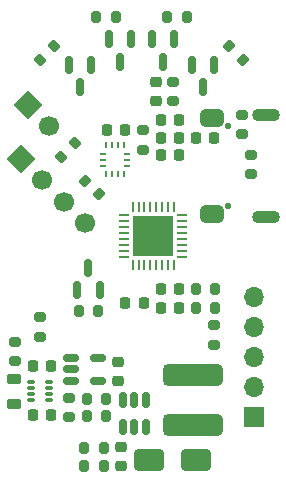
<source format=gbr>
%TF.GenerationSoftware,KiCad,Pcbnew,9.0.5*%
%TF.CreationDate,2025-11-12T12:14:19+01:00*%
%TF.ProjectId,Control board,436f6e74-726f-46c2-9062-6f6172642e6b,rev?*%
%TF.SameCoordinates,Original*%
%TF.FileFunction,Soldermask,Bot*%
%TF.FilePolarity,Negative*%
%FSLAX46Y46*%
G04 Gerber Fmt 4.6, Leading zero omitted, Abs format (unit mm)*
G04 Created by KiCad (PCBNEW 9.0.5) date 2025-11-12 12:14:19*
%MOMM*%
%LPD*%
G01*
G04 APERTURE LIST*
G04 Aperture macros list*
%AMRoundRect*
0 Rectangle with rounded corners*
0 $1 Rounding radius*
0 $2 $3 $4 $5 $6 $7 $8 $9 X,Y pos of 4 corners*
0 Add a 4 corners polygon primitive as box body*
4,1,4,$2,$3,$4,$5,$6,$7,$8,$9,$2,$3,0*
0 Add four circle primitives for the rounded corners*
1,1,$1+$1,$2,$3*
1,1,$1+$1,$4,$5*
1,1,$1+$1,$6,$7*
1,1,$1+$1,$8,$9*
0 Add four rect primitives between the rounded corners*
20,1,$1+$1,$2,$3,$4,$5,0*
20,1,$1+$1,$4,$5,$6,$7,0*
20,1,$1+$1,$6,$7,$8,$9,0*
20,1,$1+$1,$8,$9,$2,$3,0*%
%AMHorizOval*
0 Thick line with rounded ends*
0 $1 width*
0 $2 $3 position (X,Y) of the first rounded end (center of the circle)*
0 $4 $5 position (X,Y) of the second rounded end (center of the circle)*
0 Add line between two ends*
20,1,$1,$2,$3,$4,$5,0*
0 Add two circle primitives to create the rounded ends*
1,1,$1,$2,$3*
1,1,$1,$4,$5*%
%AMRotRect*
0 Rectangle, with rotation*
0 The origin of the aperture is its center*
0 $1 length*
0 $2 width*
0 $3 Rotation angle, in degrees counterclockwise*
0 Add horizontal line*
21,1,$1,$2,0,0,$3*%
G04 Aperture macros list end*
%ADD10C,0.550000*%
%ADD11RoundRect,0.400000X0.750000X-0.100000X0.750000X0.100000X-0.750000X0.100000X-0.750000X-0.100000X0*%
%ADD12RoundRect,0.450000X0.550000X-0.320000X0.550000X0.320000X-0.550000X0.320000X-0.550000X-0.320000X0*%
%ADD13RoundRect,0.200000X-0.200000X-0.275000X0.200000X-0.275000X0.200000X0.275000X-0.200000X0.275000X0*%
%ADD14RoundRect,0.200000X0.275000X-0.200000X0.275000X0.200000X-0.275000X0.200000X-0.275000X-0.200000X0*%
%ADD15RoundRect,0.200000X-0.275000X0.200000X-0.275000X-0.200000X0.275000X-0.200000X0.275000X0.200000X0*%
%ADD16RoundRect,0.150000X-0.150000X0.587500X-0.150000X-0.587500X0.150000X-0.587500X0.150000X0.587500X0*%
%ADD17RoundRect,0.150000X0.150000X-0.512500X0.150000X0.512500X-0.150000X0.512500X-0.150000X-0.512500X0*%
%ADD18RoundRect,0.225000X-0.225000X-0.250000X0.225000X-0.250000X0.225000X0.250000X-0.225000X0.250000X0*%
%ADD19RoundRect,0.250000X1.000000X0.650000X-1.000000X0.650000X-1.000000X-0.650000X1.000000X-0.650000X0*%
%ADD20RoundRect,0.225000X0.225000X0.250000X-0.225000X0.250000X-0.225000X-0.250000X0.225000X-0.250000X0*%
%ADD21RotRect,1.700000X1.700000X225.000000*%
%ADD22HorizOval,1.700000X0.000000X0.000000X0.000000X0.000000X0*%
%ADD23RoundRect,0.225000X0.250000X-0.225000X0.250000X0.225000X-0.250000X0.225000X-0.250000X-0.225000X0*%
%ADD24R,0.250000X0.475000*%
%ADD25R,0.475000X0.250000*%
%ADD26RoundRect,0.200000X-0.053033X0.335876X-0.335876X0.053033X0.053033X-0.335876X0.335876X-0.053033X0*%
%ADD27RoundRect,0.200000X-0.335876X-0.053033X-0.053033X-0.335876X0.335876X0.053033X0.053033X0.335876X0*%
%ADD28RoundRect,0.050000X-0.285000X-0.100000X0.285000X-0.100000X0.285000X0.100000X-0.285000X0.100000X0*%
%ADD29RoundRect,0.200000X0.335876X0.053033X0.053033X0.335876X-0.335876X-0.053033X-0.053033X-0.335876X0*%
%ADD30RoundRect,0.150000X0.150000X-0.587500X0.150000X0.587500X-0.150000X0.587500X-0.150000X-0.587500X0*%
%ADD31RoundRect,0.200000X0.200000X0.275000X-0.200000X0.275000X-0.200000X-0.275000X0.200000X-0.275000X0*%
%ADD32RoundRect,0.062500X-0.375000X-0.062500X0.375000X-0.062500X0.375000X0.062500X-0.375000X0.062500X0*%
%ADD33RoundRect,0.062500X-0.062500X-0.375000X0.062500X-0.375000X0.062500X0.375000X-0.062500X0.375000X0*%
%ADD34R,3.450000X3.450000*%
%ADD35RoundRect,0.200000X0.053033X-0.335876X0.335876X-0.053033X-0.053033X0.335876X-0.335876X0.053033X0*%
%ADD36RoundRect,0.218750X-0.381250X0.218750X-0.381250X-0.218750X0.381250X-0.218750X0.381250X0.218750X0*%
%ADD37R,1.700000X1.700000*%
%ADD38O,1.700000X1.700000*%
%ADD39RoundRect,0.225000X-0.250000X0.225000X-0.250000X-0.225000X0.250000X-0.225000X0.250000X0.225000X0*%
%ADD40RoundRect,0.150000X-0.512500X-0.150000X0.512500X-0.150000X0.512500X0.150000X-0.512500X0.150000X0*%
%ADD41RoundRect,0.475000X-2.075000X0.475000X-2.075000X-0.475000X2.075000X-0.475000X2.075000X0.475000X0*%
G04 APERTURE END LIST*
D10*
%TO.C,J1*%
X57350000Y-46000000D03*
X57350000Y-39200000D03*
D11*
X60550000Y-46920000D03*
D12*
X55999999Y-46650000D03*
X55999999Y-38550000D03*
D11*
X60550000Y-38280000D03*
%TD*%
D13*
%TO.C,R11*%
X45175000Y-66475000D03*
X46825000Y-66475000D03*
%TD*%
D14*
%TO.C,R1*%
X56100000Y-57725000D03*
X56100000Y-56075000D03*
%TD*%
D15*
%TO.C,R15*%
X58500000Y-38250000D03*
X58500000Y-39900000D03*
%TD*%
D16*
%TO.C,Q5*%
X54250000Y-34062500D03*
X56150000Y-34062500D03*
X55200000Y-35937501D03*
%TD*%
D17*
%TO.C,U4*%
X50349999Y-64712500D03*
X49400000Y-64712500D03*
X48450001Y-64712500D03*
X48450001Y-62437500D03*
X49400000Y-62437500D03*
X50349999Y-62437500D03*
%TD*%
D18*
%TO.C,C5*%
X51625000Y-40175000D03*
X53175000Y-40175000D03*
%TD*%
D19*
%TO.C,D1*%
X54600000Y-67475000D03*
X50600000Y-67475000D03*
%TD*%
D20*
%TO.C,C4*%
X53175000Y-54600000D03*
X51625000Y-54600000D03*
%TD*%
D21*
%TO.C,J3*%
X39812994Y-42000000D03*
D22*
X41609045Y-43796051D03*
X43405096Y-45592102D03*
X45201148Y-47388154D03*
%TD*%
D16*
%TO.C,Q2*%
X43850000Y-34062500D03*
X45750000Y-34062500D03*
X44800000Y-35937501D03*
%TD*%
D14*
%TO.C,R16*%
X59300000Y-43300000D03*
X59300000Y-41650000D03*
%TD*%
D20*
%TO.C,C6*%
X56175000Y-40175000D03*
X54625000Y-40175000D03*
%TD*%
%TO.C,C3*%
X53175000Y-53000000D03*
X51625000Y-53000000D03*
%TD*%
D13*
%TO.C,R5*%
X45375000Y-62300000D03*
X47025000Y-62300000D03*
%TD*%
D14*
%TO.C,R14*%
X52700000Y-37100000D03*
X52700000Y-35450000D03*
%TD*%
D15*
%TO.C,R9*%
X39300000Y-57475000D03*
X39300000Y-59125000D03*
%TD*%
D20*
%TO.C,L3*%
X53175000Y-41675000D03*
X51625000Y-41675000D03*
%TD*%
D16*
%TO.C,Q4*%
X50850000Y-31862500D03*
X52750000Y-31862500D03*
X51800000Y-33737501D03*
%TD*%
D15*
%TO.C,R3*%
X50100000Y-39575000D03*
X50100000Y-41225000D03*
%TD*%
D23*
%TO.C,C9*%
X48300000Y-67950000D03*
X48300000Y-66400000D03*
%TD*%
D24*
%TO.C,U5*%
X48500001Y-43300000D03*
X48000000Y-43300000D03*
X47500000Y-43300000D03*
X46999999Y-43300000D03*
D25*
X46750000Y-42550000D03*
X46750000Y-42050000D03*
X46750000Y-41550000D03*
D24*
X46999999Y-40800000D03*
X47500000Y-40800000D03*
X48000000Y-40800000D03*
X48500001Y-40800000D03*
D25*
X48750000Y-41550000D03*
X48750000Y-42050000D03*
X48750000Y-42550000D03*
%TD*%
D26*
%TO.C,R4*%
X44383363Y-40616637D03*
X43216637Y-41783363D03*
%TD*%
D27*
%TO.C,R2*%
X45216637Y-43816637D03*
X46383363Y-44983363D03*
%TD*%
D18*
%TO.C,C2*%
X40825000Y-59537500D03*
X42375000Y-59537500D03*
%TD*%
%TO.C,C7*%
X40825000Y-63675000D03*
X42375000Y-63675000D03*
%TD*%
D28*
%TO.C,U2*%
X40660000Y-62387500D03*
X40660000Y-61887500D03*
X40660000Y-61387500D03*
X40660000Y-60887500D03*
X42140000Y-60887500D03*
X42140000Y-61387500D03*
X42140000Y-61887500D03*
X42140000Y-62387500D03*
%TD*%
D29*
%TO.C,R20*%
X58583363Y-33583363D03*
X57416637Y-32416637D03*
%TD*%
D30*
%TO.C,Q1*%
X46450000Y-53075001D03*
X44550000Y-53075001D03*
X45500000Y-51200000D03*
%TD*%
D13*
%TO.C,R18*%
X46175000Y-30000000D03*
X47825000Y-30000000D03*
%TD*%
D18*
%TO.C,C10*%
X47075000Y-39550000D03*
X48625000Y-39550000D03*
%TD*%
D23*
%TO.C,C11*%
X51200000Y-37050000D03*
X51200000Y-35500000D03*
%TD*%
D18*
%TO.C,C8*%
X51625000Y-38675000D03*
X53175000Y-38675000D03*
%TD*%
D13*
%TO.C,R13*%
X54575000Y-54600000D03*
X56225000Y-54600000D03*
%TD*%
D31*
%TO.C,R10*%
X46825000Y-67975000D03*
X45175000Y-67975000D03*
%TD*%
%TO.C,R12*%
X56225000Y-53000000D03*
X54575000Y-53000000D03*
%TD*%
%TO.C,R21*%
X46325000Y-54837501D03*
X44675000Y-54837501D03*
%TD*%
D21*
%TO.C,BT1*%
X40400000Y-37400000D03*
D22*
X42196051Y-39196051D03*
%TD*%
D20*
%TO.C,L1*%
X50175000Y-54200000D03*
X48625000Y-54200000D03*
%TD*%
D14*
%TO.C,R6*%
X43900000Y-63862499D03*
X43900000Y-62212499D03*
%TD*%
D32*
%TO.C,U3*%
X48562500Y-50250000D03*
X48562500Y-49750000D03*
X48562500Y-49250000D03*
X48562500Y-48750000D03*
X48562500Y-48250000D03*
X48562500Y-47750000D03*
X48562500Y-47250000D03*
X48562500Y-46750000D03*
D33*
X49250000Y-46062500D03*
X49750000Y-46062500D03*
X50250000Y-46062500D03*
X50750000Y-46062500D03*
X51250000Y-46062500D03*
X51750000Y-46062500D03*
X52250000Y-46062500D03*
X52750000Y-46062500D03*
D32*
X53437500Y-46750000D03*
X53437500Y-47250000D03*
X53437500Y-47750000D03*
X53437500Y-48250000D03*
X53437500Y-48750000D03*
X53437500Y-49250000D03*
X53437500Y-49750000D03*
X53437500Y-50250000D03*
D33*
X52750000Y-50937500D03*
X52250000Y-50937500D03*
X51750000Y-50937500D03*
X51250000Y-50937500D03*
X50750000Y-50937500D03*
X50250000Y-50937500D03*
X49750000Y-50937500D03*
X49250000Y-50937500D03*
D34*
X51000000Y-48500000D03*
%TD*%
D16*
%TO.C,Q3*%
X47250000Y-31862500D03*
X49150000Y-31862500D03*
X48200000Y-33737501D03*
%TD*%
D35*
%TO.C,R17*%
X41416637Y-33583363D03*
X42583363Y-32416637D03*
%TD*%
D31*
%TO.C,R19*%
X53825000Y-30000000D03*
X52175000Y-30000000D03*
%TD*%
D36*
%TO.C,L2*%
X39200000Y-60612500D03*
X39200000Y-62737500D03*
%TD*%
D37*
%TO.C,J2*%
X59500000Y-63854999D03*
D38*
X59500000Y-61314999D03*
X59500000Y-58775000D03*
X59500000Y-56234999D03*
X59500000Y-53694999D03*
%TD*%
D39*
%TO.C,C1*%
X48000000Y-59200000D03*
X48000000Y-60750000D03*
%TD*%
D40*
%TO.C,U1*%
X44062500Y-60749999D03*
X44062500Y-59800000D03*
X44062500Y-58850001D03*
X46337500Y-58850001D03*
X46337500Y-60749999D03*
%TD*%
D13*
%TO.C,R7*%
X45375000Y-63775000D03*
X47025000Y-63775000D03*
%TD*%
D15*
%TO.C,R8*%
X41400000Y-55375000D03*
X41400000Y-57025000D03*
%TD*%
D41*
%TO.C,L4*%
X54400000Y-60275000D03*
X54400000Y-64475000D03*
%TD*%
M02*

</source>
